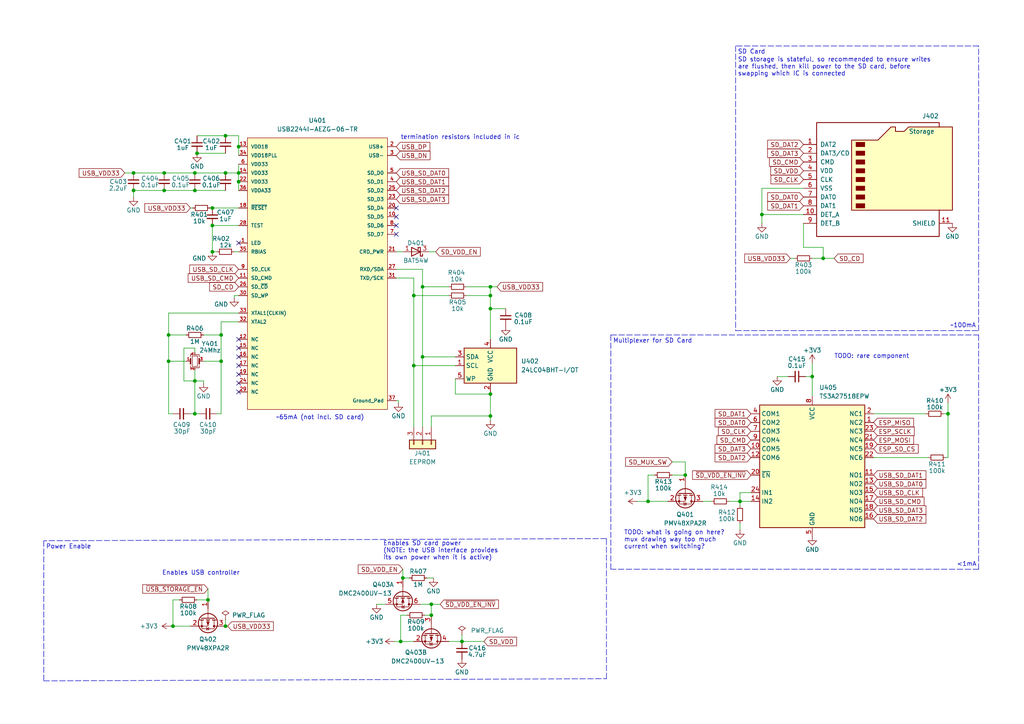
<source format=kicad_sch>
(kicad_sch (version 20211123) (generator eeschema)
  (paper "A4")
  (title_block (title "gay ipod storage + usb interface") (date "2022-09-04") (rev "1"))
  (lib_symbols
    (symbol "Analog_Switch:TS3A27518EPW"
      (property "Reference" "U" (at -13.97 19.05 0))
      (property "Value" "TS3A27518EPW" (at 8.89 19.05 0))
      (symbol "TS3A27518EPW_0_1"
        (rectangle (start 15.24 -17.78) (end -15.24 17.78) (stroke (width 0.254)) (fill (type background)))
      )
      (symbol "TS3A27518EPW_1_1"
        (pin bidirectional line (at 17.78 12.7 180) (length 2.54) (name "NC2") (number "1"))
        (pin bidirectional line (at -17.78 5.08 0) (length 2.54) (name "COM5") (number "10"))
        (pin bidirectional line (at 17.78 -2.54 180) (length 2.54) (name "NO1") (number "11"))
        (pin bidirectional line (at -17.78 2.54 0) (length 2.54) (name "COM6") (number "12"))
        (pin bidirectional line (at 17.78 -5.08 180) (length 2.54) (name "NO2") (number "13"))
        (pin input line (at -17.78 -10.16 0) (length 2.54) (name "IN2") (number "14"))
        (pin bidirectional line (at 17.78 -7.62 180) (length 2.54) (name "NO3") (number "15"))
        (pin bidirectional line (at 17.78 -15.24 180) (length 2.54) (name "NO6") (number "16"))
        (pin bidirectional line (at 17.78 -10.16 180) (length 2.54) (name "NO4") (number "17"))
        (pin bidirectional line (at 17.78 -12.7 180) (length 2.54) (name "NO5") (number "18"))
        (pin bidirectional line (at 17.78 5.08 180) (length 2.54) (name "NC5") (number "19"))
        (pin bidirectional line (at 17.78 15.24 180) (length 2.54) (name "NC1") (number "2"))
        (pin input line (at -17.78 -2.54 0) (length 2.54) (name "~{EN}") (number "20"))
        (pin bidirectional line (at 17.78 7.62 180) (length 2.54) (name "NC4") (number "21"))
        (pin bidirectional line (at 17.78 2.54 180) (length 2.54) (name "NC6") (number "22"))
        (pin bidirectional line (at 17.78 10.16 180) (length 2.54) (name "NC3") (number "23"))
        (pin input line (at -17.78 -7.62 0) (length 2.54) (name "IN1") (number "24"))
        (pin no_connect line (at -15.24 -15.24 0) (length 2.54) hide (name "N.C.") (number "3"))
        (pin bidirectional line (at -17.78 15.24 0) (length 2.54) (name "COM1") (number "4"))
        (pin power_in line (at 0 -20.32 90) (length 2.54) (name "GND") (number "5"))
        (pin bidirectional line (at -17.78 12.7 0) (length 2.54) (name "COM2") (number "6"))
        (pin bidirectional line (at -17.78 10.16 0) (length 2.54) (name "COM3") (number "7"))
        (pin power_in line (at 0 20.32 270) (length 2.54) (name "VCC") (number "8"))
        (pin bidirectional line (at -17.78 7.62 0) (length 2.54) (name "COM4") (number "9"))
      )
    )
    (symbol "Connector:Micro_SD_Card_Det_Hirose_DM3AT" (pin_names (offset 1.016))
      (property "Reference" "J" (at -16.51 17.78 0))
      (property "Value" "Micro_SD_Card_Det_Hirose_DM3AT" (at 16.51 17.78 0))
      (symbol "Micro_SD_Card_Det_Hirose_DM3AT_0_1"
        (rectangle (start -7.62 -6.985) (end -5.08 -8.255) (fill (type outline)))
        (rectangle (start -7.62 -4.445) (end -5.08 -5.715) (fill (type outline)))
        (rectangle (start -7.62 -1.905) (end -5.08 -3.175) (fill (type outline)))
        (rectangle (start -7.62 0.635) (end -5.08 -0.635) (fill (type outline)))
        (rectangle (start -7.62 3.175) (end -5.08 1.905) (fill (type outline)))
        (rectangle (start -7.62 5.715) (end -5.08 4.445) (fill (type outline)))
        (rectangle (start -7.62 8.255) (end -5.08 6.985) (fill (type outline)))
        (rectangle (start -7.62 10.795) (end -5.08 9.525) (fill (type outline)))
        (polyline (pts (xy 16.51 15.24) (xy 16.51 16.51) (xy -19.05 16.51) (xy -19.05 -16.51) (xy 16.51 -16.51) (xy 16.51 -8.89)) (stroke (width 0.254)))
        (polyline (pts (xy -8.89 -8.89) (xy -8.89 11.43) (xy -1.27 11.43) (xy 2.54 15.24) (xy 3.81 15.24) (xy 3.81 13.97) (xy 6.35 13.97) (xy 7.62 15.24) (xy 20.32 15.24) (xy 20.32 -8.89) (xy -8.89 -8.89)) (stroke (width 0.254)) (fill (type background)))
      )
      (symbol "Micro_SD_Card_Det_Hirose_DM3AT_1_1"
        (pin bidirectional line (at -22.86 10.16 0) (length 3.81) (name "DAT2") (number "1"))
        (pin passive line (at -22.86 -10.16 0) (length 3.81) (name "DET_A") (number "10"))
        (pin passive line (at 20.32 -12.7 180) (length 3.81) (name "SHIELD") (number "11"))
        (pin bidirectional line (at -22.86 7.62 0) (length 3.81) (name "DAT3/CD") (number "2"))
        (pin input line (at -22.86 5.08 0) (length 3.81) (name "CMD") (number "3"))
        (pin power_in line (at -22.86 2.54 0) (length 3.81) (name "VDD") (number "4"))
        (pin input line (at -22.86 0 0) (length 3.81) (name "CLK") (number "5"))
        (pin power_in line (at -22.86 -2.54 0) (length 3.81) (name "VSS") (number "6"))
        (pin bidirectional line (at -22.86 -5.08 0) (length 3.81) (name "DAT0") (number "7"))
        (pin bidirectional line (at -22.86 -7.62 0) (length 3.81) (name "DAT1") (number "8"))
        (pin passive line (at -22.86 -12.7 0) (length 3.81) (name "DET_B") (number "9"))
      )
    )
    (symbol "Connector_Generic:Conn_01x03" (pin_names (offset 1.016) hide)
      (property "Reference" "J" (at 0 5.08 0))
      (property "Value" "Conn_01x03" (at 0 -5.08 0))
      (symbol "Conn_01x03_1_1"
        (rectangle (start -1.27 -2.413) (end 0 -2.667) (stroke (width 0.1524)))
        (rectangle (start -1.27 0.127) (end 0 -0.127) (stroke (width 0.1524)))
        (rectangle (start -1.27 2.667) (end 0 2.413) (stroke (width 0.1524)))
        (rectangle (start -1.27 3.81) (end 1.27 -3.81) (stroke (width 0.254)) (fill (type background)))
        (pin passive line (at -5.08 2.54 0) (length 3.81) (name "Pin_1") (number "1"))
        (pin passive line (at -5.08 0 0) (length 3.81) (name "Pin_2") (number "2"))
        (pin passive line (at -5.08 -2.54 0) (length 3.81) (name "Pin_3") (number "3"))
      )
    )
    (symbol "Device:C_Small" (pin_numbers hide) (pin_names (offset 0.254) hide)
      (property "Reference" "C" (at 0.254 1.778 0))
      (property "Value" "C_Small" (at 0.254 -2.032 0))
      (symbol "C_Small_0_1"
        (polyline (pts (xy -1.524 -0.508) (xy 1.524 -0.508)) (stroke (width 0.3302)))
        (polyline (pts (xy -1.524 0.508) (xy 1.524 0.508)) (stroke (width 0.3048)))
      )
      (symbol "C_Small_1_1"
        (pin passive line (at 0 2.54 270) (length 2.032) (name "~") (number "1"))
        (pin passive line (at 0 -2.54 90) (length 2.032) (name "~") (number "2"))
      )
    )
    (symbol "Device:Crystal_GND24_Small" (pin_names (offset 1.016) hide)
      (property "Reference" "Y" (at 1.27 4.445 0))
      (property "Value" "Crystal_GND24_Small" (at 1.27 2.54 0))
      (symbol "Crystal_GND24_Small_0_1"
        (rectangle (start -0.762 -1.524) (end 0.762 1.524))
        (polyline (pts (xy -1.27 -0.762) (xy -1.27 0.762)) (stroke (width 0.381)))
        (polyline (pts (xy 1.27 -0.762) (xy 1.27 0.762)) (stroke (width 0.381)))
        (polyline (pts (xy -1.27 -1.27) (xy -1.27 -1.905) (xy 1.27 -1.905) (xy 1.27 -1.27)))
        (polyline (pts (xy -1.27 1.27) (xy -1.27 1.905) (xy 1.27 1.905) (xy 1.27 1.27)))
      )
      (symbol "Crystal_GND24_Small_1_1"
        (pin passive line (at -2.54 0 0) (length 1.27) (name "1") (number "1"))
        (pin passive line (at 0 -2.54 90) (length 0.635) (name "2") (number "2"))
        (pin passive line (at 2.54 0 180) (length 1.27) (name "3") (number "3"))
        (pin passive line (at 0 2.54 270) (length 0.635) (name "4") (number "4"))
      )
    )
    (symbol "Device:Q_PMOS_GSD" (pin_names (offset 0) hide)
      (property "Reference" "Q" (at 5.08 1.27 0))
      (property "Value" "Q_PMOS_GSD" (at 5.08 -1.27 0))
      (symbol "Q_PMOS_GSD_0_1"
        (polyline (pts (xy 0.254 0) (xy -2.54 0)))
        (polyline (pts (xy 0.254 1.905) (xy 0.254 -1.905)) (stroke (width 0.254)))
        (polyline (pts (xy 0.762 -1.27) (xy 0.762 -2.286)) (stroke (width 0.254)))
        (polyline (pts (xy 0.762 0.508) (xy 0.762 -0.508)) (stroke (width 0.254)))
        (polyline (pts (xy 0.762 2.286) (xy 0.762 1.27)) (stroke (width 0.254)))
        (polyline (pts (xy 2.54 2.54) (xy 2.54 1.778)))
        (polyline (pts (xy 2.54 -2.54) (xy 2.54 0) (xy 0.762 0)))
        (polyline (pts (xy 0.762 1.778) (xy 3.302 1.778) (xy 3.302 -1.778) (xy 0.762 -1.778)))
        (polyline (pts (xy 2.286 0) (xy 1.27 0.381) (xy 1.27 -0.381) (xy 2.286 0)) (fill (type outline)))
        (polyline (pts (xy 2.794 -0.508) (xy 2.921 -0.381) (xy 3.683 -0.381) (xy 3.81 -0.254)))
        (polyline (pts (xy 3.302 -0.381) (xy 2.921 0.254) (xy 3.683 0.254) (xy 3.302 -0.381)))
        (circle (center 1.651 0) (radius 2.794) (stroke (width 0.254)))
        (circle (center 2.54 -1.778) (radius 0.254) (fill (type outline)))
        (circle (center 2.54 1.778) (radius 0.254) (fill (type outline)))
      )
      (symbol "Q_PMOS_GSD_1_1"
        (pin input line (at -5.08 0 0) (length 2.54) (name "G") (number "1"))
        (pin passive line (at 2.54 -5.08 90) (length 2.54) (name "S") (number "2"))
        (pin passive line (at 2.54 5.08 270) (length 2.54) (name "D") (number "3"))
      )
    )
    (symbol "Device:R_Small" (pin_numbers hide) (pin_names (offset 0.254) hide)
      (property "Reference" "R" (at 0.762 0.508 0))
      (property "Value" "R_Small" (at 0.762 -1.016 0))
      (symbol "R_Small_0_1"
        (rectangle (start -0.762 1.778) (end 0.762 -1.778) (stroke (width 0.2032)))
      )
      (symbol "R_Small_1_1"
        (pin passive line (at 0 2.54 270) (length 0.762) (name "~") (number "1"))
        (pin passive line (at 0 -2.54 90) (length 0.762) (name "~") (number "2"))
      )
    )
    (symbol "Diode:BAT54W" (pin_names (offset 1.016) hide)
      (property "Reference" "D" (at 0 2.54 0))
      (property "Value" "BAT54W" (at 0 -2.54 0))
      (symbol "BAT54W_0_1"
        (polyline (pts (xy 1.27 0) (xy -1.27 0)))
        (polyline (pts (xy 1.27 1.27) (xy 1.27 -1.27) (xy -1.27 0) (xy 1.27 1.27)) (stroke (width 0.254)))
        (polyline (pts (xy -1.905 0.635) (xy -1.905 1.27) (xy -1.27 1.27) (xy -1.27 -1.27) (xy -0.635 -1.27) (xy -0.635 -0.635)) (stroke (width 0.254)))
      )
      (symbol "BAT54W_1_1"
        (pin passive line (at 3.81 0 180) (length 2.54) (name "A") (number "1"))
        (pin no_connect line (at 0 0 90) (length 2.54) hide (name "NC") (number "2"))
        (pin passive line (at -3.81 0 0) (length 2.54) (name "K") (number "3"))
      )
    )
    (symbol "Memory_EEPROM:24AA02-OT"
      (property "Reference" "U?" (at -8.89 1.2701 0))
      (property "Value" "24LC08BHT-I/OT " (at -8.89 -1.2699 0))
      (symbol "24AA02-OT_1_1"
        (rectangle (start -7.62 5.08) (end 7.62 -5.08) (stroke (width 0.254)) (fill (type background)))
        (pin input line (at 10.16 0 180) (length 2.54) (name "SCL") (number "1"))
        (pin power_in line (at 0 -7.62 90) (length 2.54) (name "GND") (number "2"))
        (pin bidirectional line (at 10.16 2.54 180) (length 2.54) (name "SDA") (number "3"))
        (pin power_in line (at 0 7.62 270) (length 2.54) (name "VCC") (number "4"))
        (pin input line (at 10.16 -3.81 180) (length 2.54) (name "WP") (number "5"))
      )
    )
    (symbol "Transistor_FET:DMC2053UVT" (pin_names hide)
      (property "Reference" "Q" (at 3.175 1.27 0))
      (property "Value" "DMC2053UVT" (at 3.175 -1.27 0))
      (symbol "DMC2053UVT_0_1"
        (circle (center -0.889 0) (radius 2.794) (stroke (width 0.254)))
        (circle (center 0 -1.778) (radius 0.254) (fill (type outline)))
        (polyline (pts (xy -2.286 0) (xy -5.08 0)))
        (polyline (pts (xy -2.286 1.905) (xy -2.286 -1.905)) (stroke (width 0.254)))
        (polyline (pts (xy -1.778 -1.27) (xy -1.778 -2.286)) (stroke (width 0.254)))
        (polyline (pts (xy -1.778 0.508) (xy -1.778 -0.508)) (stroke (width 0.254)))
        (polyline (pts (xy -1.778 2.286) (xy -1.778 1.27)) (stroke (width 0.254)))
        (polyline (pts (xy 0 2.54) (xy 0 1.778)))
        (polyline (pts (xy 0 -2.54) (xy 0 0) (xy -1.778 0)))
        (polyline (pts (xy -1.778 -1.778) (xy 0.762 -1.778) (xy 0.762 1.778) (xy -1.778 1.778)))
        (circle (center 0 1.778) (radius 0.254) (fill (type outline)))
      )
      (symbol "DMC2053UVT_1_1"
        (polyline (pts (xy -1.524 0) (xy -0.508 0.381) (xy -0.508 -0.381) (xy -1.524 0)) (fill (type outline)))
        (polyline (pts (xy 0.254 0.508) (xy 0.381 0.381) (xy 1.143 0.381) (xy 1.27 0.254)))
        (polyline (pts (xy 0.762 0.381) (xy 0.381 -0.254) (xy 1.143 -0.254) (xy 0.762 0.381)))
        (pin passive line (at -7.62 0 0) (length 2.54) (name "G") (number "1"))
        (pin passive line (at 0 -5.08 90) (length 2.54) (name "S") (number "5"))
        (pin passive line (at 0 5.08 270) (length 2.54) (name "D") (number "6"))
      )
      (symbol "DMC2053UVT_2_1"
        (polyline (pts (xy -0.254 0) (xy -1.27 0.381) (xy -1.27 -0.381) (xy -0.254 0)) (fill (type outline)))
        (polyline (pts (xy 0.254 -0.508) (xy 0.381 -0.381) (xy 1.143 -0.381) (xy 1.27 -0.254)))
        (polyline (pts (xy 0.762 -0.381) (xy 0.381 0.254) (xy 1.143 0.254) (xy 0.762 -0.381)))
        (pin passive line (at 0 -5.08 90) (length 2.54) (name "S") (number "2"))
        (pin passive line (at -7.62 0 0) (length 2.54) (name "G") (number "3"))
        (pin passive line (at 0 5.08 270) (length 2.54) (name "D") (number "4"))
      )
    )
    (symbol "power:+3V3" (power) (pin_names (offset 0))
      (property "Value" "+3V3" (at 0 3.556 0))
      (symbol "+3V3_0_1"
        (polyline (pts (xy -0.762 1.27) (xy 0 2.54)))
        (polyline (pts (xy 0 0) (xy 0 2.54)))
        (polyline (pts (xy 0 2.54) (xy 0.762 1.27)))
      )
      (symbol "+3V3_1_1"
        (pin power_in line (at 0 0 90) (length 0) hide (name "+3V3") (number "1"))
      )
    )
    (symbol "power:GND" (power) (pin_names (offset 0))
      (property "Value" "GND" (at 0 -3.81 0))
      (symbol "GND_0_1"
        (polyline (pts (xy 0 0) (xy 0 -1.27) (xy 1.27 -1.27) (xy 0 -2.54) (xy -1.27 -1.27) (xy 0 -1.27)))
      )
      (symbol "GND_1_1"
        (pin power_in line (at 0 0 270) (length 0) hide (name "GND") (number "1"))
      )
    )
    (symbol "power:PWR_FLAG" (power) (pin_numbers hide) (pin_names (offset 0) hide)
      (property "Value" "PWR_FLAG" (at 0 3.81 0))
      (symbol "PWR_FLAG_0_0"
        (pin power_out line (at 0 0 90) (length 0) (name "pwr") (number "1"))
      )
      (symbol "PWR_FLAG_0_1"
        (polyline (pts (xy 0 0) (xy 0 1.27) (xy -1.016 1.905) (xy 0 2.54) (xy 1.016 1.905) (xy 0 1.27)))
      )
    )
    (symbol "symbols:USB2244I-AEZG-06-TR" (pin_names (offset 1.016))
      (property "Reference" "U" (at 0 5.08 0))
      (property "Value" "USB2244I-AEZG-06-TR" (at 0 7.62 0))
      (symbol "USB2244I-AEZG-06-TR_1_1"
        (rectangle (start 5.08 2.54) (end 45.72 -76.2) (fill (type background)))
        (pin bidirectional line (at 2.54 -27.94 0) (length 2.54) (name "LED") (number "1"))
        (pin bidirectional line (at 48.26 -20.32 180) (length 2.54) (name "SD_D5") (number "10"))
        (pin bidirectional line (at 2.54 -38.1 0) (length 2.54) (name "SD_CMD") (number "11"))
        (pin passive line (at 2.54 -55.88 0) (length 2.54) (name "NC") (number "12"))
        (pin power_in line (at 2.54 0 0) (length 2.54) (name "VDD18") (number "13"))
        (pin power_in line (at 2.54 -7.62 0) (length 2.54) (name "VDD33") (number "14"))
        (pin passive line (at 2.54 -58.42 0) (length 2.54) (name "NC") (number "15"))
        (pin passive line (at 2.54 -60.96 0) (length 2.54) (name "NC") (number "16"))
        (pin passive line (at 2.54 -63.5 0) (length 2.54) (name "NC") (number "17"))
        (pin input line (at 2.54 -17.78 0) (length 2.54) (name "~{RESET}") (number "18"))
        (pin passive line (at 2.54 -66.04 0) (length 2.54) (name "NC") (number "19"))
        (pin bidirectional line (at 48.26 0 180) (length 2.54) (name "USB+") (number "2"))
        (pin bidirectional line (at 48.26 -17.78 180) (length 2.54) (name "SD_D4") (number "20"))
        (pin power_in line (at 48.26 -30.48 180) (length 2.54) (name "CRD_PWR") (number "21"))
        (pin power_in line (at 2.54 -10.16 0) (length 2.54) (name "VDD33") (number "22"))
        (pin bidirectional line (at 48.26 -15.24 180) (length 2.54) (name "SD_D3") (number "23"))
        (pin passive line (at 2.54 -68.58 0) (length 2.54) (name "NC") (number "24"))
        (pin bidirectional line (at 48.26 -12.7 180) (length 2.54) (name "SD_D2") (number "25"))
        (pin bidirectional line (at 2.54 -40.64 0) (length 2.54) (name "SD_~{CD}") (number "26"))
        (pin bidirectional line (at 48.26 -35.56 180) (length 2.54) (name "RXD/SDA") (number "27"))
        (pin input line (at 2.54 -22.86 0) (length 2.54) (name "TEST") (number "28"))
        (pin passive line (at 2.54 -71.12 0) (length 2.54) (name "NC") (number "29"))
        (pin bidirectional line (at 48.26 -2.54 180) (length 2.54) (name "USB-") (number "3"))
        (pin bidirectional line (at 2.54 -43.18 0) (length 2.54) (name "SD_WP") (number "30"))
        (pin output line (at 48.26 -38.1 180) (length 2.54) (name "TXD/SCK") (number "31"))
        (pin output line (at 2.54 -50.8 0) (length 2.54) (name "XTAL2") (number "32"))
        (pin input line (at 2.54 -48.26 0) (length 2.54) (name "XTAL1(CLKIN)") (number "33"))
        (pin power_in line (at 2.54 -2.54 0) (length 2.54) (name "VDD18PLL") (number "34"))
        (pin passive line (at 2.54 -30.48 0) (length 2.54) (name "RBIAS") (number "35"))
        (pin power_in line (at 2.54 -12.7 0) (length 2.54) (name "VDDA33") (number "36"))
        (pin power_in line (at 48.26 -73.66 180) (length 2.54) (name "Ground_Pad") (number "37"))
        (pin bidirectional line (at 48.26 -10.16 180) (length 2.54) (name "SD_D1") (number "4"))
        (pin bidirectional line (at 48.26 -7.62 180) (length 2.54) (name "SD_D0") (number "5"))
        (pin power_in line (at 2.54 -5.08 0) (length 2.54) (name "VDD33") (number "6"))
        (pin bidirectional line (at 48.26 -25.4 180) (length 2.54) (name "SD_D7") (number "7"))
        (pin bidirectional line (at 48.26 -22.86 180) (length 2.54) (name "SD_D6") (number "8"))
        (pin output line (at 2.54 -35.56 0) (length 2.54) (name "SD_CLK") (number "9"))
      )
    )
  )
  (junction (at 142.24 85.725))
  (junction (at 69.215 42.545))
  (junction (at 122.555 83.185))
  (junction (at 187.96 145.415))
  (junction (at 61.595 65.405))
  (junction (at 65.405 39.37))
  (junction (at 69.215 50.165))
  (junction (at 214.63 145.415))
  (junction (at 56.515 110.49))
  (junction (at 120.015 85.725))
  (junction (at 198.755 137.795))
  (junction (at 142.24 114.3))
  (junction (at 61.595 60.325))
  (junction (at 65.405 181.61))
  (junction (at 235.585 109.22))
  (junction (at 122.555 103.505))
  (junction (at 64.135 97.155))
  (junction (at 220.98 62.23))
  (junction (at 47.625 50.165))
  (junction (at 125.095 178.435))
  (junction (at 50.165 181.61))
  (junction (at 56.515 55.245))
  (junction (at 274.955 120.015))
  (junction (at 60.325 173.99))
  (junction (at 48.895 104.775))
  (junction (at 133.985 186.055))
  (junction (at 142.24 120.65))
  (junction (at 56.515 50.165))
  (junction (at 142.24 89.535))
  (junction (at 48.895 97.155))
  (junction (at 69.215 52.705))
  (junction (at 116.205 186.055))
  (junction (at 116.84 167.64))
  (junction (at 142.24 83.185))
  (junction (at 38.735 50.165))
  (junction (at 61.595 73.025))
  (junction (at 38.735 55.245))
  (junction (at 57.15 44.45))
  (junction (at 64.135 104.775))
  (junction (at 125.095 175.26))
  (junction (at 56.515 120.015))
  (junction (at 47.625 55.245))
  (junction (at 65.405 50.165))
  (junction (at 120.015 106.045))
  (junction (at 238.76 74.93))
  (no_connect (at 69.215 108.585))
  (no_connect (at 69.215 111.125))
  (no_connect (at 69.215 113.665))
  (no_connect (at 69.215 98.425))
  (no_connect (at 69.215 100.965))
  (no_connect (at 69.215 103.505))
  (no_connect (at 69.215 106.045))
  (no_connect (at 69.215 70.485))
  (no_connect (at 114.935 60.325))
  (no_connect (at 114.935 62.865))
  (no_connect (at 114.935 65.405))
  (no_connect (at 114.935 67.945))
  (wire (pts (xy 114.935 116.205) (xy 115.57 116.205)))
  (wire (pts (xy 120.015 106.045) (xy 120.015 123.825)))
  (wire (pts (xy 64.135 120.015) (xy 64.135 104.775)))
  (wire (pts (xy 64.135 93.345) (xy 64.135 97.155)))
  (wire (pts (xy 109.22 175.26) (xy 111.76 175.26)))
  (wire (pts (xy 57.15 173.99) (xy 60.325 173.99)))
  (wire (pts (xy 69.215 52.705) (xy 69.215 55.245)))
  (wire (pts (xy 116.84 165.1) (xy 116.84 167.64)))
  (wire (pts (xy 229.235 74.93) (xy 230.505 74.93)))
  (wire (pts (xy 133.985 184.15) (xy 133.985 186.055)))
  (wire (pts (xy 274.955 120.015) (xy 274.955 116.84)))
  (wire (pts (xy 238.76 71.755) (xy 238.76 74.93)))
  (wire (pts (xy 118.11 178.435) (xy 116.205 178.435)))
  (wire (pts (xy 233.68 109.22) (xy 235.585 109.22)))
  (wire (pts (xy 65.405 50.165) (xy 69.215 50.165)))
  (wire (pts (xy 187.96 145.415) (xy 193.675 145.415)))
  (wire (pts (xy 225.425 109.22) (xy 228.6 109.22)))
  (wire (pts (xy 55.245 120.015) (xy 56.515 120.015)))
  (wire (pts (xy 122.555 103.505) (xy 122.555 123.825)))
  (wire (pts (xy 114.3 186.055) (xy 116.205 186.055)))
  (wire (pts (xy 60.96 60.325) (xy 61.595 60.325)))
  (wire (pts (xy 121.92 175.26) (xy 125.095 175.26)))
  (wire (pts (xy 56.515 100.965) (xy 53.34 100.965)))
  (wire (pts (xy 116.84 73.025) (xy 114.935 73.025)))
  (wire (pts (xy 135.255 85.725) (xy 142.24 85.725)))
  (polyline (pts (xy 177.165 165.1) (xy 177.165 97.155)))
  (wire (pts (xy 194.945 133.985) (xy 198.755 133.985)))
  (wire (pts (xy 56.515 55.245) (xy 47.625 55.245)))
  (wire (pts (xy 274.955 132.715) (xy 274.955 120.015)))
  (wire (pts (xy 203.835 145.415) (xy 206.375 145.415)))
  (wire (pts (xy 135.255 83.185) (xy 142.24 83.185)))
  (wire (pts (xy 142.24 89.535) (xy 142.24 98.425)))
  (wire (pts (xy 274.32 132.715) (xy 274.955 132.715)))
  (wire (pts (xy 235.585 105.41) (xy 235.585 109.22)))
  (wire (pts (xy 67.945 85.725) (xy 67.945 86.36)))
  (wire (pts (xy 69.215 39.37) (xy 65.405 39.37)))
  (wire (pts (xy 233.045 71.755) (xy 238.76 71.755)))
  (wire (pts (xy 132.08 103.505) (xy 122.555 103.505)))
  (wire (pts (xy 56.515 100.965) (xy 56.515 102.235)))
  (wire (pts (xy 220.98 62.23) (xy 220.98 64.77)))
  (wire (pts (xy 61.595 65.405) (xy 69.215 65.405)))
  (wire (pts (xy 61.595 73.025) (xy 62.865 73.025)))
  (wire (pts (xy 125.095 120.65) (xy 142.24 120.65)))
  (wire (pts (xy 273.685 120.015) (xy 274.955 120.015)))
  (wire (pts (xy 61.595 60.325) (xy 69.215 60.325)))
  (wire (pts (xy 69.215 42.545) (xy 69.215 45.085)))
  (wire (pts (xy 118.745 167.64) (xy 116.84 167.64)))
  (wire (pts (xy 142.24 85.725) (xy 142.24 89.535)))
  (wire (pts (xy 132.08 109.855) (xy 132.08 114.3)))
  (wire (pts (xy 65.405 179.705) (xy 65.405 181.61)))
  (polyline (pts (xy 175.895 156.21) (xy 12.7 156.845)))
  (wire (pts (xy 64.135 97.155) (xy 64.135 104.775)))
  (wire (pts (xy 116.205 186.055) (xy 120.015 186.055)))
  (wire (pts (xy 48.895 120.015) (xy 48.895 104.775)))
  (wire (pts (xy 198.755 133.985) (xy 198.755 137.795)))
  (wire (pts (xy 125.095 175.26) (xy 127.635 175.26)))
  (wire (pts (xy 142.24 89.535) (xy 146.685 89.535)))
  (wire (pts (xy 53.975 97.155) (xy 48.895 97.155)))
  (wire (pts (xy 120.015 85.725) (xy 130.175 85.725)))
  (wire (pts (xy 233.045 64.77) (xy 233.045 71.755)))
  (wire (pts (xy 122.555 83.185) (xy 122.555 78.105)))
  (wire (pts (xy 69.215 42.545) (xy 69.215 39.37)))
  (wire (pts (xy 69.215 90.805) (xy 48.895 90.805)))
  (wire (pts (xy 123.19 178.435) (xy 125.095 178.435)))
  (wire (pts (xy 115.57 116.205) (xy 115.57 116.84)))
  (wire (pts (xy 67.945 73.025) (xy 69.215 73.025)))
  (wire (pts (xy 187.96 137.795) (xy 189.865 137.795)))
  (wire (pts (xy 194.945 137.795) (xy 198.755 137.795)))
  (wire (pts (xy 233.045 54.61) (xy 220.98 54.61)))
  (wire (pts (xy 122.555 103.505) (xy 122.555 83.185)))
  (wire (pts (xy 133.985 186.055) (xy 140.335 186.055)))
  (wire (pts (xy 56.515 120.015) (xy 57.785 120.015)))
  (wire (pts (xy 60.325 170.815) (xy 60.325 173.99)))
  (wire (pts (xy 122.555 78.105) (xy 114.935 78.105)))
  (wire (pts (xy 65.405 55.245) (xy 56.515 55.245)))
  (wire (pts (xy 187.96 145.415) (xy 187.96 137.795)))
  (wire (pts (xy 59.055 104.775) (xy 64.135 104.775)))
  (wire (pts (xy 125.095 175.26) (xy 125.095 178.435)))
  (wire (pts (xy 47.625 50.165) (xy 56.515 50.165)))
  (polyline (pts (xy 213.36 13.335) (xy 213.36 95.885)))
  (wire (pts (xy 214.63 145.415) (xy 217.805 145.415)))
  (polyline (pts (xy 283.845 97.155) (xy 283.845 165.1)))
  (wire (pts (xy 125.095 123.825) (xy 125.095 120.65)))
  (wire (pts (xy 62.865 120.015) (xy 64.135 120.015)))
  (wire (pts (xy 59.055 110.49) (xy 56.515 110.49)))
  (wire (pts (xy 59.055 111.125) (xy 59.055 110.49)))
  (wire (pts (xy 120.015 106.045) (xy 132.08 106.045)))
  (wire (pts (xy 214.63 151.765) (xy 214.63 153.67)))
  (wire (pts (xy 214.63 142.875) (xy 217.805 142.875)))
  (wire (pts (xy 184.785 145.415) (xy 187.96 145.415)))
  (wire (pts (xy 235.585 109.22) (xy 235.585 114.935)))
  (wire (pts (xy 36.195 50.165) (xy 38.735 50.165)))
  (polyline (pts (xy 12.7 156.845) (xy 12.7 197.485)))
  (wire (pts (xy 220.98 62.23) (xy 233.045 62.23)))
  (wire (pts (xy 53.34 110.49) (xy 56.515 110.49)))
  (wire (pts (xy 56.515 110.49) (xy 56.515 120.015)))
  (wire (pts (xy 120.015 80.645) (xy 120.015 85.725)))
  (polyline (pts (xy 12.7 197.485) (xy 175.895 196.85)))
  (wire (pts (xy 126.365 73.025) (xy 124.46 73.025)))
  (wire (pts (xy 38.735 55.245) (xy 38.735 57.15)))
  (wire (pts (xy 142.24 120.65) (xy 142.24 114.3)))
  (wire (pts (xy 59.055 97.155) (xy 64.135 97.155)))
  (wire (pts (xy 69.215 50.165) (xy 69.215 52.705)))
  (wire (pts (xy 48.895 104.775) (xy 53.975 104.775)))
  (wire (pts (xy 55.245 60.325) (xy 55.88 60.325)))
  (polyline (pts (xy 175.895 196.85) (xy 175.895 156.21)))
  (wire (pts (xy 125.73 167.64) (xy 123.825 167.64)))
  (wire (pts (xy 122.555 83.185) (xy 130.175 83.185)))
  (wire (pts (xy 130.175 186.055) (xy 133.985 186.055)))
  (wire (pts (xy 48.895 97.155) (xy 48.895 104.775)))
  (polyline (pts (xy 283.845 13.335) (xy 213.36 13.335)))
  (wire (pts (xy 116.205 178.435) (xy 116.205 186.055)))
  (wire (pts (xy 66.04 181.61) (xy 65.405 181.61)))
  (wire (pts (xy 50.165 181.61) (xy 55.245 181.61)))
  (wire (pts (xy 50.165 120.015) (xy 48.895 120.015)))
  (wire (pts (xy 220.98 54.61) (xy 220.98 62.23)))
  (wire (pts (xy 61.595 65.405) (xy 61.595 73.025)))
  (wire (pts (xy 211.455 145.415) (xy 214.63 145.415)))
  (wire (pts (xy 48.895 90.805) (xy 48.895 97.155)))
  (wire (pts (xy 69.215 85.725) (xy 67.945 85.725)))
  (wire (pts (xy 120.015 85.725) (xy 120.015 106.045)))
  (wire (pts (xy 53.34 100.965) (xy 53.34 110.49)))
  (wire (pts (xy 65.405 44.45) (xy 57.15 44.45)))
  (wire (pts (xy 69.215 47.625) (xy 69.215 50.165)))
  (wire (pts (xy 268.605 120.015) (xy 253.365 120.015)))
  (polyline (pts (xy 213.36 95.885) (xy 283.845 95.885)))
  (polyline (pts (xy 283.845 95.885) (xy 283.845 13.335)))
  (wire (pts (xy 38.735 50.165) (xy 47.625 50.165)))
  (wire (pts (xy 214.63 142.875) (xy 214.63 145.415)))
  (polyline (pts (xy 283.845 165.1) (xy 177.165 165.1)))
  (wire (pts (xy 132.08 114.3) (xy 142.24 114.3)))
  (wire (pts (xy 269.24 132.715) (xy 253.365 132.715)))
  (wire (pts (xy 50.165 173.99) (xy 50.165 181.61)))
  (wire (pts (xy 65.405 39.37) (xy 57.15 39.37)))
  (polyline (pts (xy 177.165 97.155) (xy 283.845 97.155)))
  (wire (pts (xy 56.515 107.315) (xy 56.515 110.49)))
  (wire (pts (xy 49.53 181.61) (xy 50.165 181.61)))
  (wire (pts (xy 52.07 173.99) (xy 50.165 173.99)))
  (wire (pts (xy 238.76 74.93) (xy 241.935 74.93)))
  (wire (pts (xy 142.24 83.185) (xy 142.24 85.725)))
  (wire (pts (xy 69.215 93.345) (xy 64.135 93.345)))
  (wire (pts (xy 114.935 80.645) (xy 120.015 80.645)))
  (wire (pts (xy 56.515 50.165) (xy 65.405 50.165)))
  (wire (pts (xy 235.585 74.93) (xy 238.76 74.93)))
  (wire (pts (xy 47.625 55.245) (xy 38.735 55.245)))
  (wire (pts (xy 142.24 83.185) (xy 144.145 83.185)))
  (wire (pts (xy 214.63 145.415) (xy 214.63 146.685)))
  (wire (pts (xy 142.24 114.3) (xy 142.24 113.665)))
  (wire (pts (xy 142.24 121.92) (xy 142.24 120.65)))
  (text "<1mA" (at 277.495 164.465 0) (effects (font (size 1.27 1.27)) (justify left bottom)))
  (text "~100mA" (at 275.59 95.25 0) (effects (font (size 1.27 1.27)) (justify left bottom)))
  (text "termination resistors included in ic" (at 116.205 40.64 0) (effects (font (size 1.27 1.27)) (justify left bottom)))
  (text "~65mA (not incl. SD card)" (at 80.01 121.92 0) (effects (font (size 1.27 1.27)) (justify left bottom)))
  (text "Enables USB controller" (at 46.99 167.005 0) (effects (font (size 1.27 1.27)) (justify left bottom)))
  (text "Multiplexer for SD Card" (at 177.8 99.695 0) (effects (font (size 1.27 1.27)) (justify left bottom)))
  (text "TODO: rare component" (at 241.935 104.14 0) (effects (font (size 1.27 1.27)) (justify left bottom)))
  (text "SD storage is stateful, so recommended to ensure writes\nare flushed, then kill power to the SD card, before\nswapping which IC is connected" (at 213.995 22.225 0) (effects (font (size 1.27 1.27)) (justify left bottom)))
  (text "SD Card" (at 213.995 15.875 0) (effects (font (size 1.27 1.27)) (justify left bottom)))
  (text "TODO: what is going on here?\nmux drawing way too much\ncurrent when switching?" (at 180.975 159.385 0) (effects (font (size 1.27 1.27)) (justify left bottom)))
  (text "Power Enable" (at 13.335 159.385 0) (effects (font (size 1.27 1.27)) (justify left bottom)))
  (text "Enables SD card power\n(NOTE: the USB interface provides\nits own power when it is active)" (at 111.125 162.56 0) (effects (font (size 1.27 1.27)) (justify left bottom)))
  (global_label "USB_SD_DAT0" (shape input) (at 253.365 140.335 0) (property "Intersheet References" "${INTERSHEET_REFS}" (effects hide)))
  (global_label "SD_DAT0" (shape input) (at 217.805 122.555 180) (property "Intersheet References" "${INTERSHEET_REFS}" (effects hide)))
  (global_label "ESP_MISO" (shape input) (at 253.365 122.555 0) (property "Intersheet References" "${INTERSHEET_REFS}" (effects hide)))
  (global_label "USB_SD_CLK" (shape input) (at 69.215 78.105 180) (property "Intersheet References" "${INTERSHEET_REFS}" (effects hide)))
  (global_label "USB_DP" (shape input) (at 114.935 42.545 0) (property "Intersheet References" "${INTERSHEET_REFS}" (effects hide)))
  (global_label "ESP_SD_CS" (shape input) (at 253.365 130.175 0) (property "Intersheet References" "${INTERSHEET_REFS}" (effects hide)))
  (global_label "SD_VDD" (shape input) (at 140.335 186.055 0) (property "Intersheet References" "${INTERSHEET_REFS}" (effects hide)))
  (global_label "USB_SD_DAT1" (shape input) (at 253.365 137.795 0) (property "Intersheet References" "${INTERSHEET_REFS}" (effects hide)))
  (global_label "SD_CMD" (shape input) (at 217.805 127.635 180) (property "Intersheet References" "${INTERSHEET_REFS}" (effects hide)))
  (global_label "USB_SD_DAT0" (shape input) (at 114.935 50.165 0) (property "Intersheet References" "${INTERSHEET_REFS}" (effects hide)))
  (global_label "SD_DAT2" (shape input) (at 233.045 41.91 180) (property "Intersheet References" "${INTERSHEET_REFS}" (effects hide)))
  (global_label "SD_DAT3" (shape input) (at 233.045 44.45 180) (property "Intersheet References" "${INTERSHEET_REFS}" (effects hide)))
  (global_label "SD_VDD" (shape input) (at 233.045 49.53 180) (property "Intersheet References" "${INTERSHEET_REFS}" (effects hide)))
  (global_label "SD_DAT0" (shape input) (at 233.045 57.15 180) (property "Intersheet References" "${INTERSHEET_REFS}" (effects hide)))
  (global_label "~{USB_STORAGE_EN}" (shape input) (at 60.325 170.815 180) (property "Intersheet References" "${INTERSHEET_REFS}" (effects hide)))
  (global_label "USB_SD_CLK" (shape input) (at 253.365 142.875 0) (property "Intersheet References" "${INTERSHEET_REFS}" (effects hide)))
  (global_label "USB_SD_DAT1" (shape input) (at 114.935 52.705 0) (property "Intersheet References" "${INTERSHEET_REFS}" (effects hide)))
  (global_label "USB_DN" (shape input) (at 114.935 45.085 0) (property "Intersheet References" "${INTERSHEET_REFS}" (effects hide)))
  (global_label "SD_DAT3" (shape input) (at 217.805 130.175 180) (property "Intersheet References" "${INTERSHEET_REFS}" (effects hide)))
  (global_label "USB_SD_DAT2" (shape input) (at 114.935 55.245 0) (property "Intersheet References" "${INTERSHEET_REFS}" (effects hide)))
  (global_label "SD_DAT2" (shape input) (at 217.805 132.715 180) (property "Intersheet References" "${INTERSHEET_REFS}" (effects hide)))
  (global_label "SD_VDD_EN" (shape input) (at 116.84 165.1 180) (property "Intersheet References" "${INTERSHEET_REFS}" (effects hide)))
  (global_label "USB_SD_CMD" (shape input) (at 253.365 145.415 0) (property "Intersheet References" "${INTERSHEET_REFS}" (effects hide)))
  (global_label "USB_VDD33" (shape input) (at 36.195 50.165 180) (property "Intersheet References" "${INTERSHEET_REFS}" (effects hide)))
  (global_label "SD_DAT1" (shape input) (at 233.045 59.69 180) (property "Intersheet References" "${INTERSHEET_REFS}" (effects hide)))
  (global_label "USB_SD_CMD" (shape input) (at 69.215 80.645 180) (property "Intersheet References" "${INTERSHEET_REFS}" (effects hide)))
  (global_label "SD_VDD_EN" (shape input) (at 126.365 73.025 0) (property "Intersheet References" "${INTERSHEET_REFS}" (effects hide)))
  (global_label "SD_CD" (shape input) (at 69.215 83.185 180) (property "Intersheet References" "${INTERSHEET_REFS}" (effects hide)))
  (global_label "ESP_MOSI" (shape input) (at 253.365 127.635 0) (property "Intersheet References" "${INTERSHEET_REFS}" (effects hide)))
  (global_label "SD_CMD" (shape input) (at 233.045 46.99 180) (property "Intersheet References" "${INTERSHEET_REFS}" (effects hide)))
  (global_label "USB_VDD33" (shape input) (at 66.04 181.61 0) (property "Intersheet References" "${INTERSHEET_REFS}" (effects hide)))
  (global_label "SD_CLK" (shape input) (at 217.805 125.095 180) (property "Intersheet References" "${INTERSHEET_REFS}" (effects hide)))
  (global_label "SD_MUX_SW" (shape input) (at 194.945 133.985 180) (property "Intersheet References" "${INTERSHEET_REFS}" (effects hide)))
  (global_label "USB_VDD33" (shape input) (at 229.235 74.93 180) (property "Intersheet References" "${INTERSHEET_REFS}" (effects hide)))
  (global_label "SD_CLK" (shape input) (at 233.045 52.07 180) (property "Intersheet References" "${INTERSHEET_REFS}" (effects hide)))
  (global_label "USB_SD_DAT3" (shape input) (at 253.365 147.955 0) (property "Intersheet References" "${INTERSHEET_REFS}" (effects hide)))
  (global_label "SD_CD" (shape input) (at 241.935 74.93 0) (property "Intersheet References" "${INTERSHEET_REFS}" (effects hide)))
  (global_label "~{SD_VDD_EN_INV}" (shape input) (at 217.805 137.795 180) (property "Intersheet References" "${INTERSHEET_REFS}" (effects hide)))
  (global_label "USB_SD_DAT3" (shape input) (at 114.935 57.785 0) (property "Intersheet References" "${INTERSHEET_REFS}" (effects hide)))
  (global_label "USB_VDD33" (shape input) (at 144.145 83.185 0) (property "Intersheet References" "${INTERSHEET_REFS}" (effects hide)))
  (global_label "USB_VDD33" (shape input) (at 55.245 60.325 180) (property "Intersheet References" "${INTERSHEET_REFS}" (effects hide)))
  (global_label "ESP_SCLK" (shape input) (at 253.365 125.095 0) (property "Intersheet References" "${INTERSHEET_REFS}" (effects hide)))
  (global_label "SD_DAT1" (shape input) (at 217.805 120.015 180) (property "Intersheet References" "${INTERSHEET_REFS}" (effects hide)))
  (global_label "~{SD_VDD_EN_INV}" (shape input) (at 127.635 175.26 0) (property "Intersheet References" "${INTERSHEET_REFS}" (effects hide)))
  (global_label "USB_SD_DAT2" (shape input) (at 253.365 150.495 0) (property "Intersheet References" "${INTERSHEET_REFS}" (effects hide)))
  (symbol (lib_id "Device:C_Small") (at 65.405 52.705 0) (unit 1)
    (property "Reference" "C406" (at 61.2775 51.7525 0))
    (property "Value" "0.1uF" (at 61.2775 53.6575 0))
    (property "Footprint" "Capacitor_SMD:C_0603_1608Metric" (effects hide))
  )
  (symbol (lib_id "power:GND") (at 133.985 191.135 0) (unit 1)
    (property "Reference" "#PWR0423" (effects hide))
    (property "Value" "GND" (at 133.985 194.945 0))
  )
  (symbol (lib_id "power:GND") (at 125.73 167.64 0) (unit 1)
    (property "Reference" "#PWR0401" (effects hide))
    (property "Value" "GND" (at 125.73 171.45 0))
  )
  (symbol (lib_id "power:GND") (at 146.685 94.615 0) (mirror y) (unit 1)
    (property "Reference" "#PWR0406" (effects hide))
    (property "Value" "GND" (at 146.685 98.425 0))
  )
  (symbol (lib_id "Device:R_Small") (at 208.915 145.415 270) (mirror x) (unit 1)
    (property "Reference" "R414" (at 208.5975 141.2875 90))
    (property "Value" "10k" (at 208.5975 143.1925 90))
    (property "Footprint" "Resistor_SMD:R_0603_1608Metric" (effects hide))
    (property "PN" "AC0603JR-0710KL" (effects hide))
  )
  (symbol (lib_id "Analog_Switch:TS3A27518EPW") (at 235.585 135.255 0) (unit 1)
    (property "Reference" "U405" (at 237.6044 112.395 0) (effects (justify left)))
    (property "Value" "TS3A27518EPW" (at 237.6044 114.935 0) (effects (justify left)))
    (property "Footprint" "Package_SO:TSSOP-24_4.4x7.8mm_P0.65mm" (effects hide))
    (property "Datasheet" "http://www.ti.com/lit/ds/symlink/ts3a27518e.pdf" (effects hide))
    (property "PN" "TS3A27518EPW" (effects hide))
  )
  (symbol (lib_id "Device:C_Small") (at 133.985 188.595 0) (unit 1)
    (property "Reference" "C416" (at 138.43 187.96 0))
    (property "Value" "4.7uF" (at 138.43 189.865 0))
    (property "Footprint" "Capacitor_SMD:C_0805_2012Metric" (effects hide))
    (property "PN" "EMK212BJ475KD-T" (effects hide))
  )
  (symbol (lib_id "Transistor_FET:DMC2053UVT") (at 116.84 175.26 270) (unit 1)
    (property "Reference" "Q403" (at 111.125 169.545 90))
    (property "Value" " DMC2400UV-13" (at 105.41 172.085 90))
    (property "Footprint" "Package_TO_SOT_SMD:SOT-563" (effects hide))
  )
  (symbol (lib_id "power:GND") (at 57.15 44.45 0) (unit 1)
    (property "Reference" "#PWR0402" (effects hide))
    (property "Value" "GND" (at 57.15 48.26 0))
  )
  (symbol (lib_id "Device:C_Small") (at 231.14 109.22 270) (unit 1)
    (property "Reference" "C415" (at 231.14 104.14 90))
    (property "Value" "0.1uF" (at 231.14 106.045 90))
    (property "Footprint" "Capacitor_SMD:C_0805_2012Metric" (effects hide))
    (property "PN" "0805YD104KAT2A" (effects hide))
  )
  (symbol (lib_id "power:GND") (at 59.055 111.125 0) (unit 1)
    (property "Reference" "#PWR0408" (effects hide))
    (property "Value" "GND" (at 59.055 114.935 0))
  )
  (symbol (lib_id "power:GND") (at 109.22 175.26 0) (unit 1)
    (property "Reference" "#PWR0407" (effects hide))
    (property "Value" "GND" (at 109.22 179.07 0))
  )
  (symbol (lib_id "Transistor_FET:DMC2053UVT") (at 125.095 186.055 270) (unit 2)
    (property "Reference" "Q403" (at 120.65 189.23 90))
    (property "Value" " DMC2400UV-13" (at 120.65 191.77 90))
    (property "Footprint" "Package_TO_SOT_SMD:SOT-563" (effects hide))
  )
  (symbol (lib_id "power:GND") (at 214.63 153.67 0) (unit 1)
    (property "Reference" "#PWR0426" (effects hide))
    (property "Value" "GND" (at 214.63 157.48 0))
  )
  (symbol (lib_id "Device:C_Small") (at 38.735 52.705 0) (mirror y) (unit 1)
    (property "Reference" "C403" (at 34.29 52.705 0))
    (property "Value" "2.2uF" (at 34.29 54.61 0))
    (property "Footprint" "Capacitor_SMD:C_0805_2012Metric" (effects hide))
    (property "PN" "EMK212BJ225KGHT" (effects hide))
  )
  (symbol (lib_id "symbols:USB2244I-AEZG-06-TR") (at 66.675 42.545 0) (unit 1)
    (property "Reference" "U401" (at 92.075 34.925 0))
    (property "Value" "USB2244I-AEZG-06-TR" (at 92.075 37.465 0))
    (property "Footprint" "Package_DFN_QFN:QFN-36-1EP_6x6mm_P0.5mm_EP3.7x3.7mm_ThermalVias" (effects hide))
    (property "Datasheet" "http://ww1.microchip.com/downloads/en/DeviceDoc/00001979A.pdf" (effects hide))
    (property "PN" "USB2244I-AEZG-06-TR" (effects hide))
    (property "ambient temperature range high" "+85°C" (effects hide))
    (property "ambient temperature range low" "-40°C" (effects hide))
    (property "automotive" "No" (effects hide))
    (property "category" "IC" (effects hide))
    (property "data rate" "35Mbits/s" (effects hide))
    (property "device class L1" "Integrated Circuits (ICs)" (effects hide))
    (property "device class L2" "Interface ICs" (effects hide))
    (property "device class L3" "USB Interface ICs" (effects hide))
    (property "digikey description" "IC USB FLASH MEDIA CTRLR 36QFN" (effects hide))
    (property "digikey part number" "USB2244I-AEZG-06-CT-ND" (effects hide))
    (property "height" "0.9mm" (effects hide))
    (property "interface" "SPI,UART,USB" (effects hide))
    (property "ipc land pattern name" "QFN50P600X600X85-36" (effects hide))
    (property "lead free" "Yes" (effects hide))
    (property "library id" "fe3a9a0d2a70fba9" (effects hide))
    (property "manufacturer" "Microchip" (effects hide))
    (property "max supply voltage" "3.6V" (effects hide))
    (property "min supply voltage" "3V" (effects hide))
    (property "mouser description" "USB Interface IC USB 2.0 SD/MMC Flash Media Contrl" (effects hide))
    (property "mouser part number" "579-USB2244IAEZG06TR" (effects hide))
    (property "nominal supply current" "80-135mA" (effects hide))
    (property "package" "QFN36" (effects hide))
    (property "rohs" "Yes" (effects hide))
    (property "standoff height" "0mm" (effects hide))
    (property "temperature range high" "+85°C" (effects hide))
    (property "temperature range low" "-40°C" (effects hide))
    (property "usb standard" "USB 2.0" (effects hide))
  )
  (symbol (lib_id "power:+3V3") (at 49.53 181.61 90) (unit 1)
    (property "Reference" "#PWR0421" (effects hide))
    (property "Value" "+3V3" (at 43.18 181.61 90))
  )
  (symbol (lib_id "Device:C_Small") (at 65.405 41.91 0) (unit 1)
    (property "Reference" "C402" (at 61.2775 40.9575 0))
    (property "Value" "1uF" (at 61.2775 42.8625 0))
    (property "Footprint" "Capacitor_SMD:C_0603_1608Metric" (effects hide))
  )
  (symbol (lib_id "power:GND") (at 225.425 109.22 0) (unit 1)
    (property "Reference" "#PWR0418" (effects hide))
    (property "Value" "GND" (at 225.425 113.03 0))
  )
  (symbol (lib_id "Device:C_Small") (at 61.595 62.865 0) (unit 1)
    (property "Reference" "C407" (at 65.405 61.595 0))
    (property "Value" "1uF" (at 65.405 63.5 0))
    (property "Footprint" "Capacitor_SMD:C_0603_1608Metric" (effects hide))
  )
  (symbol (lib_id "Device:R_Small") (at 271.145 120.015 90) (unit 1)
    (property "Reference" "R410" (at 271.145 116.205 90))
    (property "Value" "100k" (at 271.145 118.11 90))
    (property "Footprint" "Resistor_SMD:R_0603_1608Metric" (effects hide))
    (property "PN" "SDR03EZPD1003" (effects hide))
  )
  (symbol (lib_id "power:GND") (at 142.24 121.92 0) (unit 1)
    (property "Reference" "#PWR0410" (effects hide))
    (property "Value" "GND" (at 142.24 125.73 0))
  )
  (symbol (lib_id "Device:Q_PMOS_GSD") (at 60.325 179.07 270) (unit 1)
    (property "Reference" "Q402" (at 60.325 185.42 90))
    (property "Value" "PMV48XPA2R" (at 60.325 187.96 90))
    (property "Footprint" "Package_TO_SOT_SMD:SOT-23" (effects hide))
    (property "PN" "PMV48XPA2R" (effects hide))
  )
  (symbol (lib_id "Device:R_Small") (at 192.405 137.795 90) (unit 1)
    (property "Reference" "R413" (at 192.405 139.7 90))
    (property "Value" "100k" (at 192.405 141.605 90))
    (property "Footprint" "Resistor_SMD:R_0603_1608Metric" (effects hide))
    (property "PN" "RC0603JR-10100KL" (effects hide))
  )
  (symbol (lib_id "Device:C_Small") (at 47.625 52.705 0) (unit 1)
    (property "Reference" "C404" (at 43.4975 51.7525 0))
    (property "Value" "0.1uF" (at 43.4975 53.6575 0))
    (property "Footprint" "Capacitor_SMD:C_0603_1608Metric" (effects hide))
  )
  (symbol (lib_id "Device:R_Small") (at 132.715 83.185 270) (mirror x) (unit 1)
    (property "Reference" "R404" (at 132.3975 79.0575 90))
    (property "Value" "10k" (at 132.3975 80.9625 90))
    (property "Footprint" "Resistor_SMD:R_0603_1608Metric" (effects hide))
    (property "PN" "AC0603JR-0710KL" (effects hide))
  )
  (symbol (lib_id "power:+3V3") (at 274.955 116.84 0) (unit 1)
    (property "Reference" "#PWR0411" (effects hide))
    (property "Value" "+3V3" (at 274.955 113.03 0))
  )
  (symbol (lib_id "Device:R_Small") (at 233.045 74.93 90) (unit 1)
    (property "Reference" "R403" (at 233.045 76.835 90))
    (property "Value" "100k" (at 233.045 78.74 90))
    (property "Footprint" "Resistor_SMD:R_0603_1608Metric" (effects hide))
    (property "PN" "RC0603JR-10100KL" (effects hide))
  )
  (symbol (lib_id "Device:Q_PMOS_GSD") (at 198.755 142.875 270) (unit 1)
    (property "Reference" "Q401" (at 198.755 149.225 90))
    (property "Value" "PMV48XPA2R" (at 198.755 151.765 90))
    (property "Footprint" "Package_TO_SOT_SMD:SOT-23" (effects hide))
    (property "PN" "PMV48XPA2R" (effects hide))
  )
  (symbol (lib_id "power:GND") (at 276.225 64.77 0) (unit 1)
    (property "Reference" "#PWR0119" (effects hide))
    (property "Value" "GND" (at 276.225 68.58 0))
  )
  (symbol (lib_id "Connector_Generic:Conn_01x03") (at 122.555 128.905 270) (unit 1) (in_bom no)
    (property "Reference" "J401" (at 122.555 131.445 90))
    (property "Value" "EEPROM" (at 122.555 133.985 90))
    (property "Footprint" "footprints:eeprom_flash" (effects hide))
  )
  (symbol (lib_id "Diode:BAT54W") (at 120.65 73.025 180) (unit 1)
    (property "Reference" "D401" (at 120.65 70.485 0))
    (property "Value" "BAT54W" (at 120.65 75.565 0))
    (property "Footprint" "Package_TO_SOT_SMD:SOT-323_SC-70" (effects hide))
    (property "Datasheet" "https://assets.nexperia.com/documents/data-sheet/BAT54W_SER.pdf" (effects hide))
    (property "PN" "BAT54W" (effects hide))
  )
  (symbol (lib_id "power:+3V3") (at 184.785 145.415 90) (unit 1)
    (property "Reference" "#PWR0412" (effects hide))
    (property "Value" "+3V3" (at 183.515 142.875 90))
  )
  (symbol (lib_id "Device:R_Small") (at 65.405 73.025 90) (unit 1)
    (property "Reference" "R402" (at 66.675 69.215 90) (effects (justify left)))
    (property "Value" "12k" (at 67.31 71.12 90) (effects (justify left)))
    (property "Footprint" "Resistor_SMD:R_0603_1608Metric" (effects hide))
    (property "PN" "AC0603FR-1012KL" (effects hide))
  )
  (symbol (lib_id "power:PWR_FLAG") (at 133.985 184.15 0) (unit 1)
    (property "Reference" "#FLG0106" (effects hide))
    (property "Value" "PWR_FLAG" (at 136.525 182.8799 0) (effects (justify left)))
  )
  (symbol (lib_id "Device:R_Small") (at 132.715 85.725 90) (mirror x) (unit 1)
    (property "Reference" "R405" (at 132.715 87.63 90))
    (property "Value" "10k" (at 132.715 89.535 90))
    (property "Footprint" "Resistor_SMD:R_0603_1608Metric" (effects hide))
    (property "PN" "AC0603JR-0710KL" (effects hide))
  )
  (symbol (lib_id "Device:R_Small") (at 54.61 173.99 90) (unit 1)
    (property "Reference" "R408" (at 54.61 175.895 90))
    (property "Value" "100k" (at 54.61 177.8 90))
    (property "Footprint" "Resistor_SMD:R_0603_1608Metric" (effects hide))
    (property "PN" "RC0603JR-10100KL" (effects hide))
  )
  (symbol (lib_id "Device:R_Small") (at 214.63 149.225 0) (unit 1)
    (property "Reference" "R412" (at 210.82 148.59 0))
    (property "Value" "100k" (at 210.82 150.495 0))
    (property "Footprint" "Resistor_SMD:R_0603_1608Metric" (effects hide))
    (property "PN" "SDR03EZPD1003" (effects hide))
  )
  (symbol (lib_id "power:GND") (at 38.735 57.15 0) (unit 1)
    (property "Reference" "#PWR0403" (effects hide))
    (property "Value" "GND" (at 38.735 60.96 0))
  )
  (symbol (lib_id "Device:R_Small") (at 58.42 60.325 90) (mirror x) (unit 1)
    (property "Reference" "R401" (at 57.785 62.23 90))
    (property "Value" "10k" (at 57.785 64.135 90))
    (property "Footprint" "Resistor_SMD:R_0603_1608Metric" (effects hide))
    (property "PN" "AC0603JR-0710KL" (effects hide))
  )
  (symbol (lib_id "Connector:Micro_SD_Card_Det_Hirose_DM3AT") (at 255.905 52.07 0) (unit 1)
    (property "Reference" "J402" (at 269.875 33.655 0))
    (property "Value" "Storage" (at 267.335 38.1 0))
    (property "Footprint" "Connector_Card:microSD_HC_Hirose_DM3AT-SF-PEJM5" (effects hide))
    (property "Datasheet" "https://www.hirose.com/product/en/download_file/key_name/DM3/category/Catalog/doc_file_id/49662/?file_category_id=4&item_id=195&is_series=1" (effects hide))
    (property "PN" "DM3AT-SF-PEJM5" (effects hide))
  )
  (symbol (lib_id "Memory_EEPROM:24AA02-OT") (at 142.24 106.045 0) (mirror y) (unit 1)
    (property "Reference" "U402" (at 151.13 104.7749 0) (effects (justify right)))
    (property "Value" "24LC04BHT-I/OT " (at 151.13 107.315 0) (effects (justify right)))
    (property "Footprint" "Package_TO_SOT_SMD:SOT-23-5" (effects hide))
    (property "Datasheet" "http://ww1.microchip.com/downloads/en/DeviceDoc/21709J.pdf" (effects hide))
    (property "PN" "24LC04BHT-I/OT " (effects hide))
  )
  (symbol (lib_id "Device:Crystal_GND24_Small") (at 56.515 104.775 0) (unit 1)
    (property "Reference" "Y401" (at 58.42 99.695 0) (effects (justify left)))
    (property "Value" "24Mhz" (at 57.785 101.6 0) (effects (justify left)))
    (property "Footprint" "Crystal:Crystal_SMD_3225-4Pin_3.2x2.5mm" (effects hide))
    (property "PN" "ECS-240-18-33-JGN-TR3" (effects hide))
  )
  (symbol (lib_id "power:PWR_FLAG") (at 65.405 179.705 0) (unit 1)
    (property "Reference" "#FLG0107" (effects hide))
    (property "Value" "PWR_FLAG" (at 67.31 178.4349 0) (effects (justify left)))
  )
  (symbol (lib_id "Device:R_Small") (at 271.78 132.715 270) (unit 1)
    (property "Reference" "R411" (at 271.78 134.62 90))
    (property "Value" "100k" (at 271.78 136.525 90))
    (property "Footprint" "Resistor_SMD:R_0603_1608Metric" (effects hide))
    (property "PN" "SDR03EZPD1003" (effects hide))
  )
  (symbol (lib_id "power:+3V3") (at 235.585 105.41 0) (unit 1)
    (property "Reference" "#PWR0417" (effects hide))
    (property "Value" "+3V3" (at 235.585 101.6 0))
  )
  (symbol (lib_id "Device:R_Small") (at 56.515 97.155 90) (unit 1)
    (property "Reference" "R406" (at 56.515 95.25 90))
    (property "Value" "1M" (at 56.515 99.06 90))
    (property "Footprint" "Resistor_SMD:R_0603_1608Metric" (effects hide))
    (property "PN" "AC0603FR-131ML" (effects hide))
  )
  (symbol (lib_id "power:GND") (at 61.595 73.025 0) (unit 1)
    (property "Reference" "#PWR0404" (effects hide))
    (property "Value" "GND" (at 57.785 74.93 0))
  )
  (symbol (lib_id "Device:R_Small") (at 121.285 167.64 90) (unit 1)
    (property "Reference" "R407" (at 121.285 165.735 90))
    (property "Value" "1M" (at 121.285 169.545 90))
    (property "Footprint" "Resistor_SMD:R_0603_1608Metric" (effects hide))
    (property "PN" "AC0603FR-131ML" (effects hide))
  )
  (symbol (lib_id "power:+3V3") (at 114.3 186.055 90) (unit 1)
    (property "Reference" "#PWR0422" (effects hide))
    (property "Value" "+3V3" (at 108.585 186.055 90))
  )
  (symbol (lib_id "power:GND") (at 67.945 86.36 0) (unit 1)
    (property "Reference" "#PWR0405" (effects hide))
    (property "Value" "GND" (at 64.135 88.265 0))
  )
  (symbol (lib_id "Device:C_Small") (at 56.515 52.705 0) (unit 1)
    (property "Reference" "C405" (at 52.3875 51.7525 0))
    (property "Value" "0.1uF" (at 52.3875 53.6575 0))
    (property "Footprint" "Capacitor_SMD:C_0603_1608Metric" (effects hide))
  )
  (symbol (lib_id "Device:R_Small") (at 120.65 178.435 90) (unit 1)
    (property "Reference" "R409" (at 120.65 180.34 90))
    (property "Value" "100k" (at 120.65 182.245 90))
    (property "Footprint" "Resistor_SMD:R_0603_1608Metric" (effects hide))
    (property "PN" "RC0603JR-10100KL" (effects hide))
  )
  (symbol (lib_id "Device:C_Small") (at 52.705 120.015 90) (unit 1)
    (property "Reference" "C409" (at 55.245 123.19 90) (effects (justify left)))
    (property "Value" "30pF" (at 55.245 125.095 90) (effects (justify left)))
    (property "Footprint" "Capacitor_SMD:C_0603_1608Metric" (effects hide))
    (property "PN" "C0603C300K1HACTU" (effects hide))
  )
  (symbol (lib_id "power:GND") (at 115.57 116.84 0) (unit 1)
    (property "Reference" "#PWR0409" (effects hide))
    (property "Value" "GND" (at 115.57 120.65 0))
  )
  (symbol (lib_id "Device:C_Small") (at 146.685 92.075 0) (mirror y) (unit 1)
    (property "Reference" "C408" (at 151.765 91.44 0))
    (property "Value" "0.1uF" (at 151.765 93.345 0))
    (property "Footprint" "Capacitor_SMD:C_0805_2012Metric" (effects hide))
    (property "PN" "0805YD104KAT2A" (effects hide))
  )
  (symbol (lib_id "power:GND") (at 235.585 155.575 0) (unit 1)
    (property "Reference" "#PWR0427" (effects hide))
    (property "Value" "GND" (at 235.585 159.385 0))
  )
  (symbol (lib_id "Device:C_Small") (at 60.325 120.015 90) (unit 1)
    (property "Reference" "C410" (at 62.865 123.19 90) (effects (justify left)))
    (property "Value" "30pF" (at 62.865 125.095 90) (effects (justify left)))
    (property "Footprint" "Capacitor_SMD:C_0603_1608Metric" (effects hide))
    (property "PN" "C0603C300K1HACTU" (effects hide))
  )
  (symbol (lib_id "power:GND") (at 220.98 64.77 0) (unit 1)
    (property "Reference" "#PWR0124" (effects hide))
    (property "Value" "GND" (at 220.98 68.58 0))
  )
  (symbol (lib_id "Device:C_Small") (at 57.15 41.91 0) (unit 1)
    (property "Reference" "C401" (at 53.0225 40.9575 0))
    (property "Value" "1uF" (at 53.0225 42.8625 0))
    (property "Footprint" "Capacitor_SMD:C_0603_1608Metric" (effects hide))
  )
)
</source>
